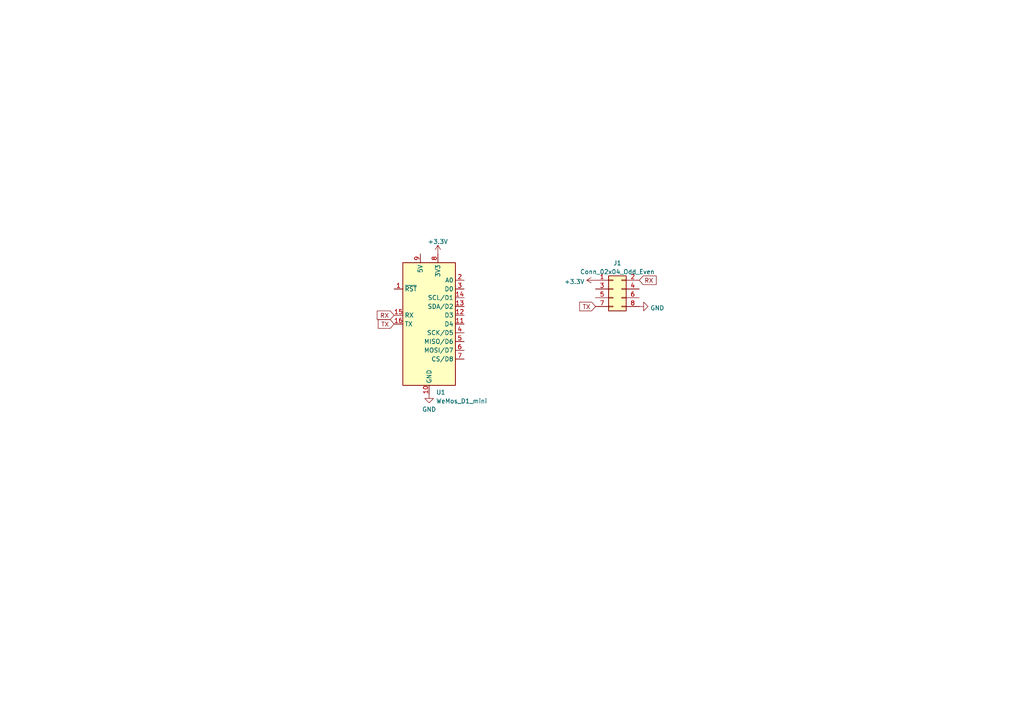
<source format=kicad_sch>
(kicad_sch (version 20211123) (generator eeschema)
  (paper "A4")
  (lib_symbols
    (symbol "Connector_Generic:Conn_02x04_Odd_Even" (pin_names (offset 1.016) hide)
      (property "Reference" "J" (at 1.27 5.08 0))
      (property "Value" "Conn_02x04_Odd_Even" (at 1.27 -7.62 0))
      (symbol "Conn_02x04_Odd_Even_1_1"
        (rectangle (start -1.27 -4.953) (end 0 -5.207) (stroke (width 0.1524)))
        (rectangle (start -1.27 -2.413) (end 0 -2.667) (stroke (width 0.1524)))
        (rectangle (start -1.27 0.127) (end 0 -0.127) (stroke (width 0.1524)))
        (rectangle (start -1.27 2.667) (end 0 2.413) (stroke (width 0.1524)))
        (rectangle (start -1.27 3.81) (end 3.81 -6.35) (stroke (width 0.254)) (fill (type background)))
        (rectangle (start 3.81 -4.953) (end 2.54 -5.207) (stroke (width 0.1524)))
        (rectangle (start 3.81 -2.413) (end 2.54 -2.667) (stroke (width 0.1524)))
        (rectangle (start 3.81 0.127) (end 2.54 -0.127) (stroke (width 0.1524)))
        (rectangle (start 3.81 2.667) (end 2.54 2.413) (stroke (width 0.1524)))
        (pin passive line (at -5.08 2.54 0) (length 3.81) (name "Pin_1") (number "1"))
        (pin passive line (at 7.62 2.54 180) (length 3.81) (name "Pin_2") (number "2"))
        (pin passive line (at -5.08 0 0) (length 3.81) (name "Pin_3") (number "3"))
        (pin passive line (at 7.62 0 180) (length 3.81) (name "Pin_4") (number "4"))
        (pin passive line (at -5.08 -2.54 0) (length 3.81) (name "Pin_5") (number "5"))
        (pin passive line (at 7.62 -2.54 180) (length 3.81) (name "Pin_6") (number "6"))
        (pin passive line (at -5.08 -5.08 0) (length 3.81) (name "Pin_7") (number "7"))
        (pin passive line (at 7.62 -5.08 180) (length 3.81) (name "Pin_8") (number "8"))
      )
    )
    (symbol "MCU_Module:WeMos_D1_mini"
      (property "Reference" "U" (at 3.81 19.05 0))
      (property "Value" "WeMos_D1_mini" (at 1.27 -19.05 0))
      (symbol "WeMos_D1_mini_1_1"
        (rectangle (start -7.62 17.78) (end 7.62 -17.78) (stroke (width 0.254)) (fill (type background)))
        (pin input line (at -10.16 10.16 0) (length 2.54) (name "~{RST}") (number "1"))
        (pin power_in line (at 0 -20.32 90) (length 2.54) (name "GND") (number "10"))
        (pin bidirectional line (at 10.16 0 180) (length 2.54) (name "D4") (number "11"))
        (pin bidirectional line (at 10.16 2.54 180) (length 2.54) (name "D3") (number "12"))
        (pin bidirectional line (at 10.16 5.08 180) (length 2.54) (name "SDA/D2") (number "13"))
        (pin bidirectional line (at 10.16 7.62 180) (length 2.54) (name "SCL/D1") (number "14"))
        (pin input line (at -10.16 2.54 0) (length 2.54) (name "RX") (number "15"))
        (pin output line (at -10.16 0 0) (length 2.54) (name "TX") (number "16"))
        (pin input line (at 10.16 12.7 180) (length 2.54) (name "A0") (number "2"))
        (pin bidirectional line (at 10.16 10.16 180) (length 2.54) (name "D0") (number "3"))
        (pin bidirectional line (at 10.16 -2.54 180) (length 2.54) (name "SCK/D5") (number "4"))
        (pin bidirectional line (at 10.16 -5.08 180) (length 2.54) (name "MISO/D6") (number "5"))
        (pin bidirectional line (at 10.16 -7.62 180) (length 2.54) (name "MOSI/D7") (number "6"))
        (pin bidirectional line (at 10.16 -10.16 180) (length 2.54) (name "CS/D8") (number "7"))
        (pin power_out line (at 2.54 20.32 270) (length 2.54) (name "3V3") (number "8"))
        (pin power_in line (at -2.54 20.32 270) (length 2.54) (name "5V") (number "9"))
      )
    )
    (symbol "power:+3.3V" (power) (pin_names (offset 0))
      (property "Value" "+3.3V" (at 0 3.556 0))
      (symbol "+3.3V_0_1"
        (polyline (pts (xy -0.762 1.27) (xy 0 2.54)))
        (polyline (pts (xy 0 0) (xy 0 2.54)))
        (polyline (pts (xy 0 2.54) (xy 0.762 1.27)))
      )
      (symbol "+3.3V_1_1"
        (pin power_in line (at 0 0 90) (length 0) hide (name "+3.3V") (number "1"))
      )
    )
    (symbol "power:GND" (power) (pin_names (offset 0))
      (property "Value" "GND" (at 0 -3.81 0))
      (symbol "GND_0_1"
        (polyline (pts (xy 0 0) (xy 0 -1.27) (xy 1.27 -1.27) (xy 0 -2.54) (xy -1.27 -1.27) (xy 0 -1.27)))
      )
      (symbol "GND_1_1"
        (pin power_in line (at 0 0 270) (length 0) hide (name "GND") (number "1"))
      )
    )
  )
  (global_label "TX" (shape input) (at 114.3 93.98 180) (property "Intersheet References" "${INTERSHEET_REFS}" (effects hide)))
  (global_label "RX" (shape input) (at 114.3 91.44 180) (property "Intersheet References" "${INTERSHEET_REFS}" (effects hide)))
  (global_label "RX" (shape input) (at 185.42 81.28 0) (property "Intersheet References" "${INTERSHEET_REFS}" (effects hide)))
  (global_label "TX" (shape input) (at 172.72 88.9 180) (property "Intersheet References" "${INTERSHEET_REFS}" (effects hide)))
  (symbol (lib_id "Connector_Generic:Conn_02x04_Odd_Even") (at 177.8 83.82 0) (unit 1)
    (property "Reference" "J1" (at 179.07 76.3102 0))
    (property "Value" "Conn_02x04_Odd_Even" (at 179.07 78.8471 0))
    (property "Footprint" "Connector_PinHeader_2.54mm:PinHeader_2x04_P2.54mm_Vertical" (effects hide))
  )
  (symbol (lib_id "power:GND") (at 124.46 114.3 0) (unit 1)
    (property "Reference" "#PWR0101" (effects hide))
    (property "Value" "GND" (at 124.46 118.7434 0))
  )
  (symbol (lib_id "MCU_Module:WeMos_D1_mini") (at 124.46 93.98 0) (unit 1)
    (property "Reference" "U1" (at 126.4794 113.7904 0) (effects (justify left)))
    (property "Value" "WeMos_D1_mini" (at 126.4794 116.3273 0) (effects (justify left)))
    (property "Footprint" "Module:WEMOS_D1_mini_light" (effects hide))
    (property "Datasheet" "https://wiki.wemos.cc/products:d1:d1_mini#documentation" (effects hide))
  )
  (symbol (lib_id "power:+3.3V") (at 172.72 81.28 90) (unit 1)
    (property "Reference" "#PWR0103" (effects hide))
    (property "Value" "+3.3V" (at 169.545 81.7138 90) (effects (justify left)))
  )
  (symbol (lib_id "power:+3.3V") (at 127 73.66 0) (unit 1)
    (property "Reference" "#PWR0102" (effects hide))
    (property "Value" "+3.3V" (at 127 70.0842 0))
  )
  (symbol (lib_id "power:GND") (at 185.42 88.9 90) (unit 1)
    (property "Reference" "#PWR0104" (effects hide))
    (property "Value" "GND" (at 188.595 89.3338 90) (effects (justify right)))
  )
)
</source>
